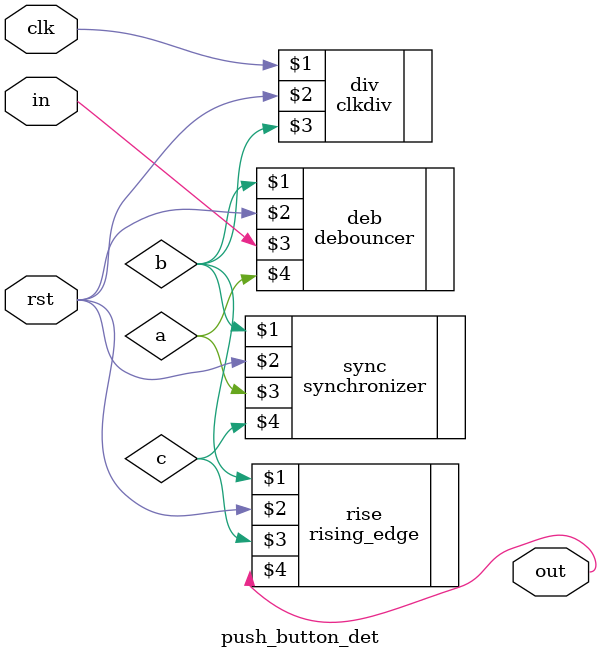
<source format=v>
`timescale 1ns / 1ps


module push_button_det(
    input clk , rst , in , output out
    );
    wire a, b;
    clkdiv #(25000)div(clk , rst , b);
    
    wire c;
    
    debouncer deb(b , rst , in, a);
    synchronizer sync(b, rst , a, c);
    rising_edge rise(b,rst , c , out);
    
    
    
endmodule

</source>
